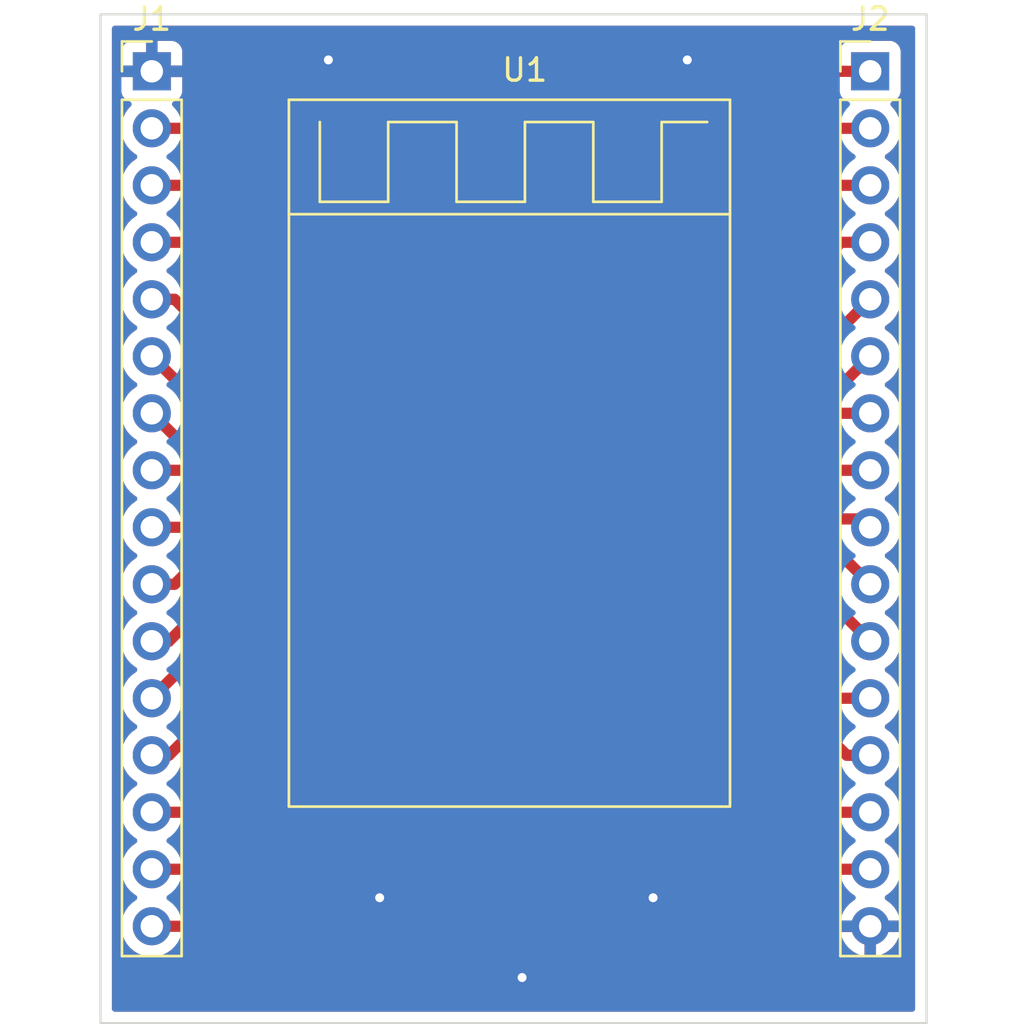
<source format=kicad_pcb>
(kicad_pcb (version 20211014) (generator pcbnew)
  (layers (0 "F.Cu" signal) (31 "B.Cu" signal) (34 "B.Paste" user) (35 "F.Paste" user) (36 "B.SilkS" user "B.Silkscreen") (37 "F.SilkS" user "F.Silkscreen") (38 "B.Mask" user) (39 "F.Mask" user) (44 "Edge.Cuts" user))
  (net 0 "")
  (net 3 "Net-(U1-Pad2)")
  (net 4 "Net-(U1-Pad5)")
  (net 5 "Net-(U1-Pad6)")
  (net 6 "Net-(U1-Pad7)")
  (net 7 "Net-(U1-Pad8)")
  (net 8 "Net-(U1-Pad9)")
  (net 9 "Net-(U1-Pad10)")
  (net 10 "Net-(U1-Pad11)")
  (net 11 "Net-(U1-Pad12)")
  (net 12 "Net-(U1-Pad13)")
  (net 13 "Net-(U1-Pad14)")
  (net 14 "Net-(U1-Pad15)")
  (net 15 "Net-(U1-Pad16)")
  (net 16 "Net-(U1-Pad17)")
  (net 17 "Net-(U1-Pad18)")
  (net 18 "Net-(U1-Pad37)")
  (net 19 "Net-(U1-Pad36)")
  (net 20 "Net-(U1-Pad35)")
  (net 21 "Net-(U1-Pad34)")
  (net 22 "Net-(U1-Pad33)")
  (net 23 "Net-(U1-Pad32)")
  (net 24 "Net-(U1-Pad31)")
  (net 25 "Net-(U1-Pad30)")
  (net 26 "Net-(U1-Pad29)")
  (net 27 "Net-(U1-Pad28)")
  (net 28 "Net-(U1-Pad27)")
  (net 29 "Net-(U1-Pad26)")
  (net 30 "Net-(U1-Pad24)")
  (net 31 "Net-(U1-Pad22)")
  (net 32 "Net-(U1-Pad21)")
  (net 33 "GND")
  (footprint "Connector_PinHeader_2.54mm:PinHeader_1x16_P2.54mm_Vertical" (layer "F.Cu") (at 124.968 76.2)
    (fp_text reference "J1" (at 0 -2.33) (layer "F.SilkS"))
    (fp_text value "Conn_01x16_Male")
    (fp_line (start -1.33 -1.33) (end 0 -1.33) (layer "F.SilkS") (width 0.12))
    (fp_line (start 1.33 1.27) (end 1.33 39.43) (layer "F.SilkS") (width 0.12))
    (fp_line (start -1.33 39.43) (end 1.33 39.43) (layer "F.SilkS") (width 0.12))
    (fp_line (start -1.33 1.27) (end -1.33 39.43) (layer "F.SilkS") (width 0.12))
    (fp_line (start -1.33 0) (end -1.33 -1.33) (layer "F.SilkS") (width 0.12))
    (fp_line (start -1.33 1.27) (end 1.33 1.27) (layer "F.SilkS") (width 0.12))
    (pad "1" thru_hole rect (at 0 0) (size 1.7 1.7) (drill 1) (layers *.Cu *.Mask) (net 33 "GND"))
    (pad "2" thru_hole oval (at 0 2.54) (size 1.7 1.7) (drill 1) (layers *.Cu *.Mask) (net 3 "Net-(U1-Pad2)"))
    (pad "3" thru_hole oval (at 0 5.08) (size 1.7 1.7) (drill 1) (layers *.Cu *.Mask) (net 4 "Net-(U1-Pad5)"))
    (pad "4" thru_hole oval (at 0 7.62) (size 1.7 1.7) (drill 1) (layers *.Cu *.Mask) (net 5 "Net-(U1-Pad6)"))
    (pad "5" thru_hole oval (at 0 10.16) (size 1.7 1.7) (drill 1) (layers *.Cu *.Mask) (net 6 "Net-(U1-Pad7)"))
    (pad "6" thru_hole oval (at 0 12.7) (size 1.7 1.7) (drill 1) (layers *.Cu *.Mask) (net 7 "Net-(U1-Pad8)"))
    (pad "7" thru_hole oval (at 0 15.24) (size 1.7 1.7) (drill 1) (layers *.Cu *.Mask) (net 8 "Net-(U1-Pad9)"))
    (pad "8" thru_hole oval (at 0 17.78) (size 1.7 1.7) (drill 1) (layers *.Cu *.Mask) (net 9 "Net-(U1-Pad10)"))
    (pad "9" thru_hole oval (at 0 20.32) (size 1.7 1.7) (drill 1) (layers *.Cu *.Mask) (net 10 "Net-(U1-Pad11)"))
    (pad "10" thru_hole oval (at 0 22.86) (size 1.7 1.7) (drill 1) (layers *.Cu *.Mask) (net 11 "Net-(U1-Pad12)"))
    (pad "11" thru_hole oval (at 0 25.4) (size 1.7 1.7) (drill 1) (layers *.Cu *.Mask) (net 12 "Net-(U1-Pad13)"))
    (pad "12" thru_hole oval (at 0 27.94) (size 1.7 1.7) (drill 1) (layers *.Cu *.Mask) (net 13 "Net-(U1-Pad14)"))
    (pad "13" thru_hole oval (at 0 30.48) (size 1.7 1.7) (drill 1) (layers *.Cu *.Mask) (net 14 "Net-(U1-Pad15)"))
    (pad "14" thru_hole oval (at 0 33.02) (size 1.7 1.7) (drill 1) (layers *.Cu *.Mask) (net 15 "Net-(U1-Pad16)"))
    (pad "15" thru_hole oval (at 0 35.56) (size 1.7 1.7) (drill 1) (layers *.Cu *.Mask) (net 16 "Net-(U1-Pad17)"))
    (pad "16" thru_hole oval (at 0 38.1) (size 1.7 1.7) (drill 1) (layers *.Cu *.Mask) (net 17 "Net-(U1-Pad18)"))
  )
  (footprint "Connector_PinHeader_2.54mm:PinHeader_1x16_P2.54mm_Vertical" (layer "F.Cu") (at 157 76.2)
    (fp_text reference "J2" (at 0 -2.33) (layer "F.SilkS"))
    (fp_text value "Conn_01x16_Male")
    (fp_line (start -1.33 1.27) (end 1.33 1.27) (layer "F.SilkS") (width 0.12))
    (fp_line (start -1.33 0) (end -1.33 -1.33) (layer "F.SilkS") (width 0.12))
    (fp_line (start 1.33 1.27) (end 1.33 39.43) (layer "F.SilkS") (width 0.12))
    (fp_line (start -1.33 -1.33) (end 0 -1.33) (layer "F.SilkS") (width 0.12))
    (fp_line (start -1.33 39.43) (end 1.33 39.43) (layer "F.SilkS") (width 0.12))
    (fp_line (start -1.33 1.27) (end -1.33 39.43) (layer "F.SilkS") (width 0.12))
    (pad "1" thru_hole rect (at 0 0) (size 1.7 1.7) (drill 1) (layers *.Cu *.Mask) (net 18 "Net-(U1-Pad37)"))
    (pad "2" thru_hole oval (at 0 2.54) (size 1.7 1.7) (drill 1) (layers *.Cu *.Mask) (net 19 "Net-(U1-Pad36)"))
    (pad "3" thru_hole oval (at 0 5.08) (size 1.7 1.7) (drill 1) (layers *.Cu *.Mask) (net 20 "Net-(U1-Pad35)"))
    (pad "4" thru_hole oval (at 0 7.62) (size 1.7 1.7) (drill 1) (layers *.Cu *.Mask) (net 21 "Net-(U1-Pad34)"))
    (pad "5" thru_hole oval (at 0 10.16) (size 1.7 1.7) (drill 1) (layers *.Cu *.Mask) (net 22 "Net-(U1-Pad33)"))
    (pad "6" thru_hole oval (at 0 12.7) (size 1.7 1.7) (drill 1) (layers *.Cu *.Mask) (net 23 "Net-(U1-Pad32)"))
    (pad "7" thru_hole oval (at 0 15.24) (size 1.7 1.7) (drill 1) (layers *.Cu *.Mask) (net 24 "Net-(U1-Pad31)"))
    (pad "8" thru_hole oval (at 0 17.78) (size 1.7 1.7) (drill 1) (layers *.Cu *.Mask) (net 25 "Net-(U1-Pad30)"))
    (pad "9" thru_hole oval (at 0 20.32) (size 1.7 1.7) (drill 1) (layers *.Cu *.Mask) (net 26 "Net-(U1-Pad29)"))
    (pad "10" thru_hole oval (at 0 22.86) (size 1.7 1.7) (drill 1) (layers *.Cu *.Mask) (net 27 "Net-(U1-Pad28)"))
    (pad "11" thru_hole oval (at 0 25.4) (size 1.7 1.7) (drill 1) (layers *.Cu *.Mask) (net 28 "Net-(U1-Pad27)"))
    (pad "12" thru_hole oval (at 0 27.94) (size 1.7 1.7) (drill 1) (layers *.Cu *.Mask) (net 29 "Net-(U1-Pad26)"))
    (pad "13" thru_hole oval (at 0 30.48) (size 1.7 1.7) (drill 1) (layers *.Cu *.Mask) (net 30 "Net-(U1-Pad24)"))
    (pad "14" thru_hole oval (at 0 33.02) (size 1.7 1.7) (drill 1) (layers *.Cu *.Mask) (net 31 "Net-(U1-Pad22)"))
    (pad "15" thru_hole oval (at 0 35.56) (size 1.7 1.7) (drill 1) (layers *.Cu *.Mask) (net 32 "Net-(U1-Pad21)"))
    (pad "16" thru_hole oval (at 0 38.1) (size 1.7 1.7) (drill 1) (layers *.Cu *.Mask) (net 33 "GND"))
  )
  (footprint "Xenir_V6:ESP32-A1S-GND" (layer "F.Cu") (at 141.097 78.968)
    (fp_text reference "U1" (at 0.5 -2.828) (layer "F.SilkS"))
    (fp_text value "ESP32-A1S")
    (fp_line (start 9.652 29.956) (end 9.652 3.556) (layer "F.SilkS") (width 0.12))
    (fp_line (start 0.508 3.048) (end 0.508 -0.508) (layer "F.SilkS") (width 0.12))
    (fp_line (start -10.016 30) (end 9.652 30) (layer "F.SilkS") (width 0.12))
    (fp_line (start 6.604 3.048) (end 6.604 -0.508) (layer "F.SilkS") (width 0.12))
    (fp_line (start -5.588 -0.508) (end -2.54 -0.508) (layer "F.SilkS") (width 0.12))
    (fp_line (start -10.016 30) (end -10.016 3.6) (layer "F.SilkS") (width 0.12))
    (fp_line (start 3.556 3.048) (end 6.604 3.048) (layer "F.SilkS") (width 0.12))
    (fp_line (start -2.54 -0.508) (end -2.54 3.048) (layer "F.SilkS") (width 0.12))
    (fp_line (start -10.016 3.6) (end 9.652 3.6) (layer "F.SilkS") (width 0.12))
    (fp_line (start -10.016 -1.5) (end 9.652 -1.5) (layer "F.SilkS") (width 0.12))
    (fp_line (start -10.016 3.6) (end -10.016 -1.5) (layer "F.SilkS") (width 0.12))
    (fp_line (start -2.54 3.048) (end 0.508 3.048) (layer "F.SilkS") (width 0.12))
    (fp_line (start 0.508 -0.508) (end 3.556 -0.508) (layer "F.SilkS") (width 0.12))
    (fp_line (start 3.556 -0.508) (end 3.556 3.048) (layer "F.SilkS") (width 0.12))
    (fp_line (start 9.652 3.6) (end 9.652 -1.5) (layer "F.SilkS") (width 0.12))
    (fp_line (start -8.636 -0.508) (end -8.636 3.048) (layer "F.SilkS") (width 0.12))
    (fp_line (start -8.636 3.048) (end -5.588 3.048) (layer "F.SilkS") (width 0.12))
    (fp_line (start 6.604 -0.508) (end 8.636 -0.508) (layer "F.SilkS") (width 0.12))
    (fp_line (start -5.588 3.048) (end -5.588 -0.508) (layer "F.SilkS") (width 0.12))
    (pad "1" smd rect (at -10.016 5.75) (size 1.8 0.9) (layers "F.Cu" "F.Paste" "F.Mask") (net 33 "GND"))
    (pad "1" smd rect (at 0.381 12.827) (size 3.8 3.8) (layers "F.Cu" "F.Paste" "F.Mask") (net 33 "GND"))
    (pad "2" smd rect (at -10.016 7.02) (size 1.8 0.9) (layers "F.Cu" "F.Paste" "F.Mask") (net 3 "Net-(U1-Pad2)"))
    (pad "3" smd rect (at -10.016 8.29) (size 1.8 0.9) (layers "F.Cu" "F.Paste" "F.Mask"))
    (pad "4" smd rect (at -10.016 9.56) (size 1.8 0.9) (layers "F.Cu" "F.Paste" "F.Mask"))
    (pad "5" smd rect (at -10.016 10.83) (size 1.8 0.9) (layers "F.Cu" "F.Paste" "F.Mask") (net 4 "Net-(U1-Pad5)"))
    (pad "6" smd rect (at -10.016 12.1) (size 1.8 0.9) (layers "F.Cu" "F.Paste" "F.Mask") (net 5 "Net-(U1-Pad6)"))
    (pad "7" smd rect (at -10.016 13.37) (size 1.8 0.9) (layers "F.Cu" "F.Paste" "F.Mask") (net 6 "Net-(U1-Pad7)"))
    (pad "8" smd rect (at -10.016 14.64) (size 1.8 0.9) (layers "F.Cu" "F.Paste" "F.Mask") (net 7 "Net-(U1-Pad8)"))
    (pad "9" smd rect (at -10.016 15.91) (size 1.8 0.9) (layers "F.Cu" "F.Paste" "F.Mask") (net 8 "Net-(U1-Pad9)"))
    (pad "10" smd rect (at -10.016 17.18) (size 1.8 0.9) (layers "F.Cu" "F.Paste" "F.Mask") (net 9 "Net-(U1-Pad10)"))
    (pad "11" smd rect (at -10.016 18.45) (size 1.8 0.9) (layers "F.Cu" "F.Paste" "F.Mask") (net 10 "Net-(U1-Pad11)"))
    (pad "12" smd rect (at -10.016 19.72) (size 1.8 0.9) (layers "F.Cu" "F.Paste" "F.Mask") (net 11 "Net-(U1-Pad12)"))
    (pad "13" smd rect (at -10.016 20.99) (size 1.8 0.9) (layers "F.Cu" "F.Paste" "F.Mask") (net 12 "Net-(U1-Pad13)"))
    (pad "14" smd rect (at -10.016 22.26) (size 1.8 0.9) (layers "F.Cu" "F.Paste" "F.Mask") (net 13 "Net-(U1-Pad14)"))
    (pad "15" smd rect (at -10.016 23.53) (size 1.8 0.9) (layers "F.Cu" "F.Paste" "F.Mask") (net 14 "Net-(U1-Pad15)"))
    (pad "16" smd rect (at -10.016 24.8) (size 1.8 0.9) (layers "F.Cu" "F.Paste" "F.Mask") (net 15 "Net-(U1-Pad16)"))
    (pad "17" smd rect (at -10.016 26.07) (size 1.8 0.9) (layers "F.Cu" "F.Paste" "F.Mask") (net 16 "Net-(U1-Pad17)"))
    (pad "18" smd rect (at -10.016 27.34) (size 1.8 0.9) (layers "F.Cu" "F.Paste" "F.Mask") (net 17 "Net-(U1-Pad18)"))
    (pad "19" smd rect (at -10.016 28.61) (size 1.8 0.9) (layers "F.Cu" "F.Paste" "F.Mask") (net 33 "GND"))
    (pad "20" smd rect (at 9.758 28.61) (size 1.8 0.9) (layers "F.Cu" "F.Paste" "F.Mask") (net 33 "GND"))
    (pad "21" smd rect (at 9.758 27.34) (size 1.8 0.9) (layers "F.Cu" "F.Paste" "F.Mask") (net 32 "Net-(U1-Pad21)"))
    (pad "22" smd rect (at 9.758 26.07) (size 1.8 0.9) (layers "F.Cu" "F.Paste" "F.Mask") (net 31 "Net-(U1-Pad22)"))
    (pad "23" smd rect (at 9.758 24.8) (size 1.8 0.9) (layers "F.Cu" "F.Paste" "F.Mask"))
    (pad "24" smd rect (at 9.758 23.53) (size 1.8 0.9) (layers "F.Cu" "F.Paste" "F.Mask") (net 30 "Net-(U1-Pad24)"))
    (pad "25" smd rect (at 9.758 22.26) (size 1.8 0.9) (layers "F.Cu" "F.Paste" "F.Mask"))
    (pad "26" smd rect (at 9.758 20.99) (size 1.8 0.9) (layers "F.Cu" "F.Paste" "F.Mask") (net 29 "Net-(U1-Pad26)"))
    (pad "27" smd rect (at 9.758 19.72) (size 1.8 0.9) (layers "F.Cu" "F.Paste" "F.Mask") (net 28 "Net-(U1-Pad27)"))
    (pad "28" smd rect (at 9.758 18.45) (size 1.8 0.9) (layers "F.Cu" "F.Paste" "F.Mask") (net 27 "Net-(U1-Pad28)"))
    (pad "29" smd rect (at 9.758 17.18) (size 1.8 0.9) (layers "F.Cu" "F.Paste" "F.Mask") (net 26 "Net-(U1-Pad29)"))
    (pad "30" smd rect (at 9.758 15.91) (size 1.8 0.9) (layers "F.Cu" "F.Paste" "F.Mask") (net 25 "Net-(U1-Pad30)"))
    (pad "31" smd rect (at 9.758 14.64) (size 1.8 0.9) (layers "F.Cu" "F.Paste" "F.Mask") (net 24 "Net-(U1-Pad31)"))
    (pad "32" smd rect (at 9.758 13.37) (size 1.8 0.9) (layers "F.Cu" "F.Paste" "F.Mask") (net 23 "Net-(U1-Pad32)"))
    (pad "33" smd rect (at 9.758 12.1) (size 1.8 0.9) (layers "F.Cu" "F.Paste" "F.Mask") (net 22 "Net-(U1-Pad33)"))
    (pad "34" smd rect (at 9.758 10.83) (size 1.8 0.9) (layers "F.Cu" "F.Paste" "F.Mask") (net 21 "Net-(U1-Pad34)"))
    (pad "35" smd rect (at 9.758 9.56) (size 1.8 0.9) (layers "F.Cu" "F.Paste" "F.Mask") (net 20 "Net-(U1-Pad35)"))
    (pad "36" smd rect (at 9.758 8.29) (size 1.8 0.9) (layers "F.Cu" "F.Paste" "F.Mask") (net 19 "Net-(U1-Pad36)"))
    (pad "37" smd rect (at 9.758 7.02) (size 1.8 0.9) (layers "F.Cu" "F.Paste" "F.Mask") (net 18 "Net-(U1-Pad37)"))
    (pad "38" smd rect (at 9.758 5.75) (size 1.8 0.9) (layers "F.Cu" "F.Paste" "F.Mask") (net 33 "GND"))
  )
  (gr_rect (start 122.682 73.66) (end 159.512 118.618) (layer "Edge.Cuts") (width 0.1) (fill none))
  (segment (start 131.081 85.988) (end 129.93 85.988) (width 0.5) (layer "F.Cu") (net 3))
  (segment (start 129.286 80.772) (end 127.254 78.74) (width 0.5) (layer "F.Cu") (net 3))
  (segment (start 129.286 85.344) (end 129.286 80.772) (width 0.5) (layer "F.Cu") (net 3))
  (segment (start 127.254 78.74) (end 124.968 78.74) (width 0.5) (layer "F.Cu") (net 3))
  (segment (start 129.93 85.988) (end 129.286 85.344) (width 0.5) (layer "F.Cu") (net 3))
  (segment (start 128.27 85.852) (end 128.27 82.042) (width 0.5) (layer "F.Cu") (net 4))
  (segment (start 129.286 89.154) (end 129.286 86.868) (width 0.5) (layer "F.Cu") (net 4))
  (segment (start 131.081 89.798) (end 129.93 89.798) (width 0.5) (layer "F.Cu") (net 4))
  (segment (start 128.27 82.042) (end 127.508 81.28) (width 0.5) (layer "F.Cu") (net 4))
  (segment (start 129.286 86.868) (end 128.27 85.852) (width 0.5) (layer "F.Cu") (net 4))
  (segment (start 127.508 81.28) (end 124.968 81.28) (width 0.5) (layer "F.Cu") (net 4))
  (segment (start 129.93 89.798) (end 129.286 89.154) (width 0.5) (layer "F.Cu") (net 4))
  (segment (start 126.492 83.82) (end 124.968 83.82) (width 0.5) (layer "F.Cu") (net 5))
  (segment (start 127.254 86.106) (end 127.254 84.582) (width 0.5) (layer "F.Cu") (net 5))
  (segment (start 128.27 89.408) (end 128.27 87.122) (width 0.5) (layer "F.Cu") (net 5))
  (segment (start 128.27 87.122) (end 127.254 86.106) (width 0.5) (layer "F.Cu") (net 5))
  (segment (start 131.081 91.068) (end 129.93 91.068) (width 0.5) (layer "F.Cu") (net 5))
  (segment (start 129.93 91.068) (end 128.27 89.408) (width 0.5) (layer "F.Cu") (net 5))
  (segment (start 127.254 84.582) (end 126.492 83.82) (width 0.5) (layer "F.Cu") (net 5))
  (segment (start 131.081 92.338) (end 129.93 92.338) (width 0.5) (layer "F.Cu") (net 6))
  (segment (start 125.984 86.36) (end 124.968 86.36) (width 0.5) (layer "F.Cu") (net 6))
  (segment (start 127.254 89.662) (end 127.254 87.63) (width 0.5) (layer "F.Cu") (net 6))
  (segment (start 127.254 87.63) (end 125.984 86.36) (width 0.5) (layer "F.Cu") (net 6))
  (segment (start 129.93 92.338) (end 127.254 89.662) (width 0.5) (layer "F.Cu") (net 6))
  (segment (start 129.93 93.608) (end 128.778 92.456) (width 0.5) (layer "F.Cu") (net 7))
  (segment (start 128.524 92.456) (end 124.968 88.9) (width 0.5) (layer "F.Cu") (net 7))
  (segment (start 131.081 93.608) (end 129.93 93.608) (width 0.5) (layer "F.Cu") (net 7))
  (segment (start 128.778 92.456) (end 128.524 92.456) (width 0.5) (layer "F.Cu") (net 7))
  (segment (start 129.422 94.878) (end 127.254 92.71) (width 0.5) (layer "F.Cu") (net 8))
  (segment (start 127.254 92.71) (end 126.238 92.71) (width 0.5) (layer "F.Cu") (net 8))
  (segment (start 126.238 92.71) (end 124.968 91.44) (width 0.5) (layer "F.Cu") (net 8))
  (segment (start 131.081 94.878) (end 129.422 94.878) (width 0.5) (layer "F.Cu") (net 8))
  (segment (start 127 93.98) (end 124.968 93.98) (width 0.5) (layer "F.Cu") (net 9))
  (segment (start 131.081 96.148) (end 129.168 96.148) (width 0.5) (layer "F.Cu") (net 9))
  (segment (start 129.168 96.148) (end 127 93.98) (width 0.5) (layer "F.Cu") (net 9))
  (segment (start 127 96.52) (end 124.968 96.52) (width 0.5) (layer "F.Cu") (net 10))
  (segment (start 127.898 97.418) (end 127 96.52) (width 0.5) (layer "F.Cu") (net 10))
  (segment (start 131.081 97.418) (end 127.898 97.418) (width 0.5) (layer "F.Cu") (net 10))
  (segment (start 125.984 99.06) (end 124.968 99.06) (width 0.5) (layer "F.Cu") (net 11))
  (segment (start 131.081 98.688) (end 126.356 98.688) (width 0.5) (layer "F.Cu") (net 11))
  (segment (start 126.356 98.688) (end 125.984 99.06) (width 0.5) (layer "F.Cu") (net 11))
  (segment (start 127.372 99.958) (end 125.73 101.6) (width 0.5) (layer "F.Cu") (net 12))
  (segment (start 131.081 99.958) (end 127.372 99.958) (width 0.5) (layer "F.Cu") (net 12))
  (segment (start 125.73 101.6) (end 124.968 101.6) (width 0.5) (layer "F.Cu") (net 12))
  (segment (start 127.88 101.228) (end 124.968 104.14) (width 0.5) (layer "F.Cu") (net 13))
  (segment (start 131.081 101.228) (end 127.88 101.228) (width 0.5) (layer "F.Cu") (net 13))
  (segment (start 131.081 102.498) (end 128.896 102.498) (width 0.5) (layer "F.Cu") (net 14))
  (segment (start 126.746 104.648) (end 126.746 105.664) (width 0.5) (layer "F.Cu") (net 14))
  (segment (start 125.73 106.68) (end 124.968 106.68) (width 0.5) (layer "F.Cu") (net 14))
  (segment (start 126.746 105.664) (end 125.73 106.68) (width 0.5) (layer "F.Cu") (net 14))
  (segment (start 128.896 102.498) (end 126.746 104.648) (width 0.5) (layer "F.Cu") (net 14))
  (segment (start 130.166 103.768) (end 127.508 106.426) (width 0.5) (layer "F.Cu") (net 15))
  (segment (start 126.746 109.22) (end 124.968 109.22) (width 0.5) (layer "F.Cu") (net 15))
  (segment (start 127.508 106.426) (end 127.508 108.458) (width 0.5) (layer "F.Cu") (net 15))
  (segment (start 127.508 108.458) (end 126.746 109.22) (width 0.5) (layer "F.Cu") (net 15))
  (segment (start 131.081 103.768) (end 130.166 103.768) (width 0.5) (layer "F.Cu") (net 15))
  (segment (start 128.27 106.68) (end 128.27 110.744) (width 0.5) (layer "F.Cu") (net 16))
  (segment (start 127.254 111.76) (end 124.968 111.76) (width 0.5) (layer "F.Cu") (net 16))
  (segment (start 129.912 105.038) (end 128.27 106.68) (width 0.5) (layer "F.Cu") (net 16))
  (segment (start 131.081 105.038) (end 129.912 105.038) (width 0.5) (layer "F.Cu") (net 16))
  (segment (start 128.27 110.744) (end 127.254 111.76) (width 0.5) (layer "F.Cu") (net 16))
  (segment (start 128.27 114.3) (end 124.968 114.3) (width 0.5) (layer "F.Cu") (net 17))
  (segment (start 129.286 106.934) (end 129.286 113.284) (width 0.5) (layer "F.Cu") (net 17))
  (segment (start 131.081 106.308) (end 129.912 106.308) (width 0.5) (layer "F.Cu") (net 17))
  (segment (start 129.286 113.284) (end 128.27 114.3) (width 0.5) (layer "F.Cu") (net 17))
  (segment (start 129.912 106.308) (end 129.286 106.934) (width 0.5) (layer "F.Cu") (net 17))
  (segment (start 152.4 77.216) (end 153.416 76.2) (width 0.5) (layer "F.Cu") (net 18))
  (segment (start 153.416 76.2) (end 157 76.2) (width 0.5) (layer "F.Cu") (net 18))
  (segment (start 150.855 85.988) (end 152.01 85.988) (width 0.5) (layer "F.Cu") (net 18))
  (segment (start 152.4 85.598) (end 152.4 77.216) (width 0.5) (layer "F.Cu") (net 18))
  (segment (start 152.01 85.988) (end 152.4 85.598) (width 0.5) (layer "F.Cu") (net 18))
  (segment (start 153.162 80.264) (end 154.686 78.74) (width 0.5) (layer "F.Cu") (net 19))
  (segment (start 154.686 78.74) (end 157 78.74) (width 0.5) (layer "F.Cu") (net 19))
  (segment (start 150.855 87.258) (end 152.01 87.258) (width 0.5) (layer "F.Cu") (net 19))
  (segment (start 153.162 86.106) (end 153.162 80.264) (width 0.5) (layer "F.Cu") (net 19))
  (segment (start 152.01 87.258) (end 153.162 86.106) (width 0.5) (layer "F.Cu") (net 19))
  (segment (start 154.178 86.106) (end 154.178 81.788) (width 0.5) (layer "F.Cu") (net 20))
  (segment (start 154.686 81.28) (end 157 81.28) (width 0.5) (layer "F.Cu") (net 20))
  (segment (start 151.756 88.528) (end 154.178 86.106) (width 0.5) (layer "F.Cu") (net 20))
  (segment (start 154.178 81.788) (end 154.686 81.28) (width 0.5) (layer "F.Cu") (net 20))
  (segment (start 150.855 88.528) (end 151.756 88.528) (width 0.5) (layer "F.Cu") (net 20))
  (segment (start 150.855 89.798) (end 151.756 89.798) (width 0.5) (layer "F.Cu") (net 21))
  (segment (start 155.194 84.328) (end 155.702 83.82) (width 0.5) (layer "F.Cu") (net 21))
  (segment (start 155.194 86.36) (end 155.194 84.328) (width 0.5) (layer "F.Cu") (net 21))
  (segment (start 151.756 89.798) (end 155.194 86.36) (width 0.5) (layer "F.Cu") (net 21))
  (segment (start 155.702 83.82) (end 157 83.82) (width 0.5) (layer "F.Cu") (net 21))
  (segment (start 150.855 91.165) (end 150.876 91.186) (width 0.5) (layer "F.Cu") (net 22))
  (segment (start 150.855 91.068) (end 150.855 91.165) (width 0.5) (layer "F.Cu") (net 22))
  (segment (start 153.67 89.154) (end 154.206 89.154) (width 0.5) (layer "F.Cu") (net 22))
  (segment (start 150.876 91.186) (end 151.638 91.186) (width 0.5) (layer "F.Cu") (net 22))
  (segment (start 151.638 91.186) (end 153.67 89.154) (width 0.5) (layer "F.Cu") (net 22))
  (segment (start 154.206 89.154) (end 157 86.36) (width 0.5) (layer "F.Cu") (net 22))
  (segment (start 155.984 89.916) (end 157 88.9) (width 0.5) (layer "F.Cu") (net 23))
  (segment (start 154.432 89.916) (end 155.984 89.916) (width 0.5) (layer "F.Cu") (net 23))
  (segment (start 150.855 92.338) (end 152.01 92.338) (width 0.5) (layer "F.Cu") (net 23))
  (segment (start 152.01 92.338) (end 154.432 89.916) (width 0.5) (layer "F.Cu") (net 23))
  (segment (start 152.772 93.608) (end 154.94 91.44) (width 0.5) (layer "F.Cu") (net 24))
  (segment (start 150.855 93.608) (end 152.772 93.608) (width 0.5) (layer "F.Cu") (net 24))
  (segment (start 154.94 91.44) (end 157 91.44) (width 0.5) (layer "F.Cu") (net 24))
  (segment (start 155.194 93.98) (end 157 93.98) (width 0.5) (layer "F.Cu") (net 25))
  (segment (start 150.855 94.878) (end 154.296 94.878) (width 0.5) (layer "F.Cu") (net 25))
  (segment (start 154.296 94.878) (end 155.194 93.98) (width 0.5) (layer "F.Cu") (net 25))
  (segment (start 150.855 96.148) (end 156.628 96.148) (width 0.5) (layer "F.Cu") (net 26))
  (segment (start 156.628 96.148) (end 157 96.52) (width 0.5) (layer "F.Cu") (net 26))
  (segment (start 155.984 98.044) (end 157 99.06) (width 0.5) (layer "F.Cu") (net 27))
  (segment (start 155.194 98.044) (end 155.984 98.044) (width 0.5) (layer "F.Cu") (net 27))
  (segment (start 154.568 97.418) (end 155.194 98.044) (width 0.5) (layer "F.Cu") (net 27))
  (segment (start 150.855 97.418) (end 154.568 97.418) (width 0.5) (layer "F.Cu") (net 27))
  (segment (start 154.178 99.314) (end 154.714 99.314) (width 0.5) (layer "F.Cu") (net 28))
  (segment (start 153.552 98.688) (end 154.178 99.314) (width 0.5) (layer "F.Cu") (net 28))
  (segment (start 150.855 98.688) (end 153.552 98.688) (width 0.5) (layer "F.Cu") (net 28))
  (segment (start 154.714 99.314) (end 157 101.6) (width 0.5) (layer "F.Cu") (net 28))
  (segment (start 152.282 99.958) (end 153.416 101.092) (width 0.5) (layer "F.Cu") (net 29))
  (segment (start 155.448 104.14) (end 157 104.14) (width 0.5) (layer "F.Cu") (net 29))
  (segment (start 153.416 102.108) (end 155.448 104.14) (width 0.5) (layer "F.Cu") (net 29))
  (segment (start 150.855 99.958) (end 152.282 99.958) (width 0.5) (layer "F.Cu") (net 29))
  (segment (start 153.416 101.092) (end 153.416 102.108) (width 0.5) (layer "F.Cu") (net 29))
  (segment (start 150.855 102.498) (end 151.774 102.498) (width 0.5) (layer "F.Cu") (net 30))
  (segment (start 151.774 102.498) (end 155.956 106.68) (width 0.5) (layer "F.Cu") (net 30))
  (segment (start 155.956 106.68) (end 157 106.68) (width 0.5) (layer "F.Cu") (net 30))
  (segment (start 150.855 105.038) (end 152.028 105.038) (width 0.5) (layer "F.Cu") (net 31))
  (segment (start 153.67 108.204) (end 154.686 109.22) (width 0.5) (layer "F.Cu") (net 31))
  (segment (start 153.67 106.68) (end 153.67 108.204) (width 0.5) (layer "F.Cu") (net 31))
  (segment (start 154.686 109.22) (end 157 109.22) (width 0.5) (layer "F.Cu") (net 31))
  (segment (start 152.028 105.038) (end 153.67 106.68) (width 0.5) (layer "F.Cu") (net 31))
  (segment (start 152.654 111.252) (end 153.162 111.76) (width 0.5) (layer "F.Cu") (net 32))
  (segment (start 152.028 106.308) (end 152.654 106.934) (width 0.5) (layer "F.Cu") (net 32))
  (segment (start 153.162 111.76) (end 157 111.76) (width 0.5) (layer "F.Cu") (net 32))
  (segment (start 150.855 106.308) (end 152.028 106.308) (width 0.5) (layer "F.Cu") (net 32))
  (segment (start 152.654 106.934) (end 152.654 111.252) (width 0.5) (layer "F.Cu") (net 32))
  (segment (start 127 76.2) (end 131.081 80.281) (width 0.5) (layer "F.Cu") (net 33))
  (segment (start 124.968 76.2) (end 127 76.2) (width 0.5) (layer "F.Cu") (net 33))
  (segment (start 153.416 114.3) (end 157 114.3) (width 0.5) (layer "F.Cu") (net 33))
  (segment (start 150.855 107.578) (end 150.855 111.739) (width 0.5) (layer "F.Cu") (net 33))
  (segment (start 131.081 80.281) (end 131.081 84.718) (width 0.5) (layer "F.Cu") (net 33))
  (segment (start 150.855 111.739) (end 153.416 114.3) (width 0.5) (layer "F.Cu") (net 33))
  (via (at 135.128 113.03) (size 1.2) (drill 0.4) (layers "F.Cu" "B.Cu") (net 33))
  (via (at 147.32 113.03) (size 1.2) (drill 0.4) (layers "F.Cu" "B.Cu") (net 33))
  (via (at 148.844 75.692) (size 1.2) (drill 0.4) (layers "F.Cu" "B.Cu") (net 33))
  (via (at 132.842 75.692) (size 1.2) (drill 0.4) (layers "F.Cu" "B.Cu") (net 33))
  (via (at 141.478 116.586) (size 1.2) (drill 0.4) (layers "F.Cu" "B.Cu") (net 33))
  (zone (net 33) (net_name "GND") (layer "F.Cu") (connect_pads (clearance 0.508)) (min_thickness 0.254) (fill yes (thermal_gap 0.508) (thermal_bridge_width 0.508))
    (polygon (pts (xy 159.512 118.364) (xy 122.936 118.364) (xy 122.936 73.66) (xy 159.512 73.66)))
  )
  (zone (net 0) (net_name "") (layers "F.Cu" "Edge.Cuts") (connect_pads (clearance 0)) (min_thickness 0.254)
    (keepout (tracks not_allowed) (vias not_allowed) (pads not_allowed) (copperpour not_allowed) (footprints allowed))
    (fill (thermal_gap 0.508) (thermal_bridge_width 0.508))
    (polygon (pts (xy 149.352 106.68) (xy 147.574 106.68) (xy 147.574 85.598) (xy 149.352 85.598)))
  )
  (zone (net 0) (net_name "") (layers "F.Cu" "Edge.Cuts") (connect_pads (clearance 0)) (min_thickness 0.254)
    (keepout (tracks not_allowed) (vias not_allowed) (pads not_allowed) (copperpour not_allowed) (footprints allowed))
    (fill (thermal_gap 0.508) (thermal_bridge_width 0.508))
    (polygon (pts (xy 134.366 106.68) (xy 132.588 106.68) (xy 132.588 85.598) (xy 134.366 85.598)))
  )
  (zone (net 33) (net_name "GND") (layer "B.Cu") (connect_pads (clearance 0.508)) (min_thickness 0.254) (fill yes (thermal_gap 0.508) (thermal_bridge_width 0.508))
    (polygon (pts (xy 159.512 118.364) (xy 122.936 118.364) (xy 122.936 73.66) (xy 159.512 73.66)))
  )
)
</source>
